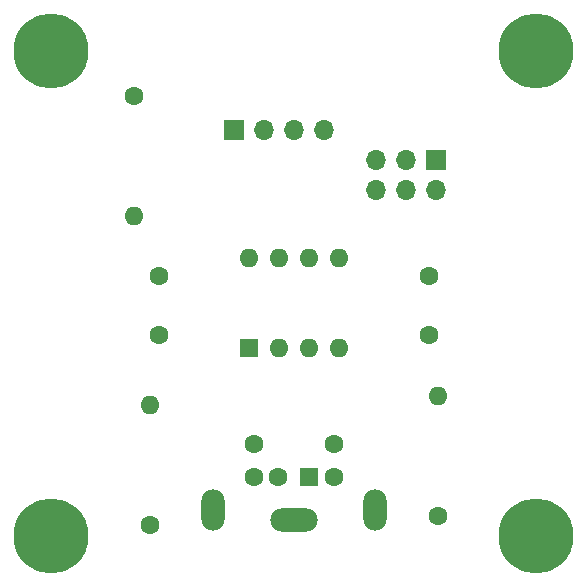
<source format=gbr>
G04 #@! TF.GenerationSoftware,KiCad,Pcbnew,(6.0.1)*
G04 #@! TF.CreationDate,2022-05-28T06:55:00-04:00*
G04 #@! TF.ProjectId,TinyPS2,54696e79-5053-4322-9e6b-696361645f70,X1*
G04 #@! TF.SameCoordinates,Original*
G04 #@! TF.FileFunction,Soldermask,Top*
G04 #@! TF.FilePolarity,Negative*
%FSLAX46Y46*%
G04 Gerber Fmt 4.6, Leading zero omitted, Abs format (unit mm)*
G04 Created by KiCad (PCBNEW (6.0.1)) date 2022-05-28 06:55:00*
%MOMM*%
%LPD*%
G01*
G04 APERTURE LIST*
%ADD10R,1.700000X1.700000*%
%ADD11O,1.700000X1.700000*%
%ADD12C,6.350000*%
%ADD13C,1.600000*%
%ADD14O,1.600000X1.600000*%
%ADD15O,2.000000X3.500000*%
%ADD16R,1.600000X1.600000*%
%ADD17O,4.000000X2.000000*%
G04 APERTURE END LIST*
D10*
X29474000Y-20631000D03*
D11*
X32014000Y-20631000D03*
X34554000Y-20631000D03*
X37094000Y-20631000D03*
D12*
X14000000Y-55000000D03*
X55000000Y-14000000D03*
X14000000Y-14000000D03*
X55000000Y-55000000D03*
D13*
X22352000Y-54080000D03*
D14*
X22352000Y-43920000D03*
D13*
X46736000Y-53340000D03*
D14*
X46736000Y-43180000D03*
D13*
X21000000Y-17780000D03*
D14*
X21000000Y-27940000D03*
D13*
X45974000Y-33060000D03*
X45974000Y-38060000D03*
X23114000Y-33020000D03*
X23114000Y-38020000D03*
D11*
X41445000Y-25765000D03*
X41445000Y-23225000D03*
X43985000Y-25765000D03*
X43985000Y-23225000D03*
X46525000Y-25765000D03*
D10*
X46525000Y-23225000D03*
D15*
X27660000Y-52875000D03*
X41360000Y-52875000D03*
D16*
X35810000Y-50025000D03*
D13*
X33210000Y-50025000D03*
X37910000Y-50025000D03*
X31110000Y-50025000D03*
X37910000Y-47225000D03*
X31110000Y-47225000D03*
D17*
X34510000Y-53675000D03*
D16*
X30744000Y-39106000D03*
D14*
X38364000Y-31486000D03*
X33284000Y-39106000D03*
X35824000Y-31486000D03*
X35824000Y-39106000D03*
X33284000Y-31486000D03*
X38364000Y-39106000D03*
X30744000Y-31486000D03*
M02*

</source>
